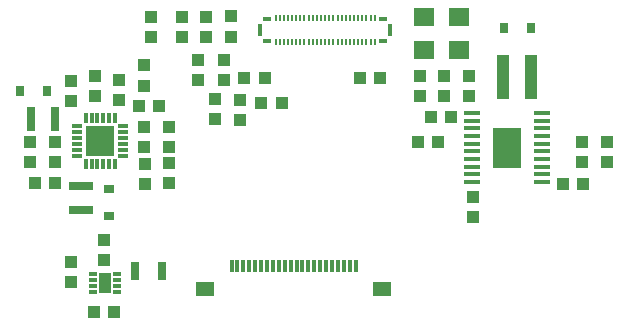
<source format=gbr>
G04 EAGLE Gerber RS-274X export*
G75*
%MOMM*%
%FSLAX34Y34*%
%LPD*%
%INSolderpaste Top*%
%IPPOS*%
%AMOC8*
5,1,8,0,0,1.08239X$1,22.5*%
G01*
%ADD10R,0.900000X0.300000*%
%ADD11R,0.300000X0.900000*%
%ADD12R,2.450000X2.550000*%
%ADD13R,1.475000X0.450000*%
%ADD14R,2.400000X3.400000*%
%ADD15R,0.180000X0.467000*%
%ADD16R,0.300000X1.000000*%
%ADD17R,0.800000X0.350000*%
%ADD18R,1.650000X1.300000*%
%ADD19R,0.700000X0.300000*%
%ADD20R,1.000000X1.700000*%
%ADD21R,1.000000X1.100000*%
%ADD22R,1.100000X1.000000*%
%ADD23R,0.700000X1.500000*%
%ADD24R,0.800000X2.000000*%
%ADD25R,2.000000X0.800000*%
%ADD26R,0.980000X3.700000*%
%ADD27R,0.800000X0.900000*%
%ADD28R,0.900000X0.800000*%
%ADD29R,1.800000X1.600000*%


D10*
X63300Y182000D03*
X63300Y177000D03*
X63300Y172000D03*
X63300Y167000D03*
X63300Y162000D03*
X63300Y157000D03*
D11*
X70300Y150000D03*
X75300Y150000D03*
X80300Y150000D03*
X85300Y150000D03*
X90300Y150000D03*
X95300Y150000D03*
D10*
X102300Y157000D03*
X102300Y162000D03*
X102300Y167000D03*
X102300Y172000D03*
X102300Y177000D03*
X102300Y182000D03*
D11*
X95300Y189000D03*
X90300Y189000D03*
X85300Y189000D03*
X80300Y189000D03*
X75300Y189000D03*
X70300Y189000D03*
D12*
X82800Y169500D03*
D13*
X397720Y193250D03*
X397720Y186750D03*
X397720Y180250D03*
X397720Y173750D03*
X397720Y167250D03*
X397720Y160750D03*
X397720Y154250D03*
X397720Y147750D03*
X397720Y141250D03*
X397720Y134750D03*
X456480Y134750D03*
X456480Y141250D03*
X456480Y147750D03*
X456480Y154250D03*
X456480Y160750D03*
X456480Y167250D03*
X456480Y173750D03*
X456480Y180250D03*
X456480Y186750D03*
X456480Y193250D03*
D14*
X427100Y164000D03*
D15*
X231100Y253260D03*
X231100Y273340D03*
X234600Y253260D03*
X234600Y273340D03*
X238100Y253260D03*
X238100Y273340D03*
X241600Y253260D03*
X241600Y273340D03*
X245100Y253260D03*
X245100Y273340D03*
X248600Y253260D03*
X248600Y273340D03*
X252100Y253260D03*
X252100Y273340D03*
X255600Y253260D03*
X255600Y273340D03*
X259100Y253260D03*
X259100Y273340D03*
X262600Y253260D03*
X262600Y273340D03*
X266100Y253260D03*
X266100Y273340D03*
X269600Y253260D03*
X269600Y273340D03*
X273100Y253260D03*
X273100Y273340D03*
X276600Y253260D03*
X276600Y273340D03*
X280100Y253260D03*
X280100Y273340D03*
X283600Y253260D03*
X283600Y273340D03*
X287100Y253260D03*
X287100Y273340D03*
X290600Y253260D03*
X290600Y273340D03*
X294100Y253260D03*
X294100Y273340D03*
X297600Y253260D03*
X297600Y273340D03*
X301100Y253260D03*
X301100Y273340D03*
X304600Y253260D03*
X304600Y273340D03*
X308100Y253260D03*
X308100Y273340D03*
X311600Y253260D03*
X311600Y273340D03*
X315100Y253260D03*
X315100Y273340D03*
D16*
X218000Y263300D03*
X328200Y263300D03*
D17*
X224100Y272650D03*
X322100Y272650D03*
X322100Y253950D03*
X224100Y253950D03*
D16*
X193900Y63300D03*
X198900Y63300D03*
X203900Y63300D03*
X208900Y63300D03*
X213900Y63300D03*
X218900Y63300D03*
X223900Y63300D03*
X228900Y63300D03*
X233900Y63300D03*
X238900Y63300D03*
X243900Y63300D03*
X248900Y63300D03*
X253900Y63300D03*
X258900Y63300D03*
X263900Y63300D03*
X268900Y63300D03*
X273900Y63300D03*
X278900Y63300D03*
X283900Y63300D03*
X288900Y63300D03*
X293900Y63300D03*
X298900Y63300D03*
D18*
X171150Y44300D03*
X321650Y44300D03*
D19*
X76300Y56900D03*
X76300Y51900D03*
X76300Y46900D03*
X76300Y41900D03*
X97300Y41900D03*
X97300Y46900D03*
X97300Y51900D03*
X97300Y56900D03*
D20*
X86800Y49400D03*
D21*
X86000Y68500D03*
X86000Y85500D03*
X77500Y25000D03*
X94500Y25000D03*
D22*
X58000Y67500D03*
X58000Y50500D03*
D21*
X151900Y257700D03*
X151900Y274700D03*
X172600Y257800D03*
X172600Y274800D03*
D22*
X193500Y258000D03*
X193500Y275000D03*
D23*
X112100Y59600D03*
X135100Y59600D03*
D24*
X24000Y188000D03*
X44000Y188000D03*
D22*
X44000Y168500D03*
X44000Y151500D03*
D21*
X23000Y168500D03*
X23000Y151500D03*
D22*
X44500Y134000D03*
X27500Y134000D03*
D21*
X204800Y222900D03*
X221800Y222900D03*
X165700Y221100D03*
X165700Y238100D03*
X187400Y221300D03*
X187400Y238300D03*
X58000Y220500D03*
X58000Y203500D03*
X98600Y204500D03*
X98600Y221500D03*
D22*
X78200Y224600D03*
X78200Y207600D03*
X120000Y216500D03*
X120000Y233500D03*
X132500Y199000D03*
X115500Y199000D03*
D21*
X141000Y181500D03*
X141000Y164500D03*
D25*
X66300Y131400D03*
X66300Y111400D03*
D21*
X219200Y201600D03*
X236200Y201600D03*
D22*
X120000Y181500D03*
X120000Y164500D03*
D21*
X120300Y150400D03*
X120300Y133400D03*
D22*
X141200Y150600D03*
X141200Y133600D03*
D21*
X201300Y204600D03*
X201300Y187600D03*
X179700Y205000D03*
X179700Y188000D03*
D26*
X447650Y223500D03*
X423950Y223500D03*
D27*
X14500Y212000D03*
X37500Y212000D03*
D28*
X90500Y105800D03*
X90500Y128800D03*
D27*
X424800Y264800D03*
X447800Y264800D03*
D21*
X474500Y133000D03*
X491500Y133000D03*
X491000Y151500D03*
X491000Y168500D03*
D22*
X512000Y168500D03*
X512000Y151500D03*
X379500Y190000D03*
X362500Y190000D03*
X398000Y122500D03*
X398000Y105500D03*
D21*
X368400Y168300D03*
X351400Y168300D03*
X353000Y207500D03*
X353000Y224500D03*
X374000Y207500D03*
X374000Y224500D03*
X395000Y207500D03*
X395000Y224500D03*
X319200Y222800D03*
X302200Y222800D03*
D29*
X386800Y246800D03*
X386800Y274800D03*
X357100Y246900D03*
X357100Y274900D03*
D22*
X125500Y274500D03*
X125500Y257500D03*
M02*

</source>
